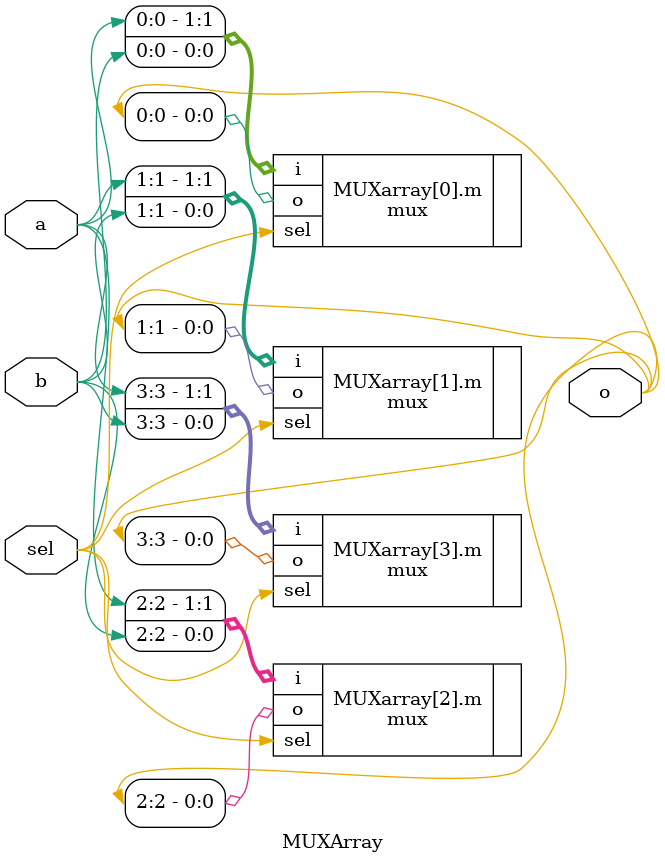
<source format=v>
`timescale 1ns / 1ps


module MUXArray #(parameter SIZE=4) (
    input sel,
    input [SIZE-1:0] a,
    input [SIZE-1:0] b,
    output [SIZE-1:0] o
    );
    genvar i;
    
    generate
        for (i=0; i<SIZE; i=i+1) begin: MUXarray
            mux m(
                .i({a[i],b[i]}),
                .sel(sel),
                .o(o[i])
            );
        end
    endgenerate
endmodule

</source>
